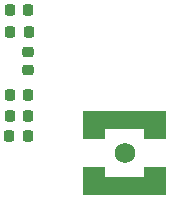
<source format=gts>
G04 #@! TF.GenerationSoftware,KiCad,Pcbnew,(6.0.11)*
G04 #@! TF.CreationDate,2023-07-13T18:19:01+02:00*
G04 #@! TF.ProjectId,quakesr_large01,7175616b-6573-4725-9f6c-617267653031,rev?*
G04 #@! TF.SameCoordinates,Original*
G04 #@! TF.FileFunction,Soldermask,Top*
G04 #@! TF.FilePolarity,Negative*
%FSLAX46Y46*%
G04 Gerber Fmt 4.6, Leading zero omitted, Abs format (unit mm)*
G04 Created by KiCad (PCBNEW (6.0.11)) date 2023-07-13 18:19:01*
%MOMM*%
%LPD*%
G01*
G04 APERTURE LIST*
G04 Aperture macros list*
%AMRoundRect*
0 Rectangle with rounded corners*
0 $1 Rounding radius*
0 $2 $3 $4 $5 $6 $7 $8 $9 X,Y pos of 4 corners*
0 Add a 4 corners polygon primitive as box body*
4,1,4,$2,$3,$4,$5,$6,$7,$8,$9,$2,$3,0*
0 Add four circle primitives for the rounded corners*
1,1,$1+$1,$2,$3*
1,1,$1+$1,$4,$5*
1,1,$1+$1,$6,$7*
1,1,$1+$1,$8,$9*
0 Add four rect primitives between the rounded corners*
20,1,$1+$1,$2,$3,$4,$5,0*
20,1,$1+$1,$4,$5,$6,$7,0*
20,1,$1+$1,$6,$7,$8,$9,0*
20,1,$1+$1,$8,$9,$2,$3,0*%
G04 Aperture macros list end*
%ADD10RoundRect,0.225000X0.225000X0.250000X-0.225000X0.250000X-0.225000X-0.250000X0.225000X-0.250000X0*%
%ADD11RoundRect,0.865000X0.000000X0.000000X0.000000X0.000000X0.000000X0.000000X0.000000X0.000000X0*%
%ADD12R,1.900000X2.350000*%
%ADD13R,3.400000X1.500000*%
%ADD14RoundRect,0.218750X0.256250X-0.218750X0.256250X0.218750X-0.256250X0.218750X-0.256250X-0.218750X0*%
%ADD15RoundRect,0.218750X-0.218750X-0.256250X0.218750X-0.256250X0.218750X0.256250X-0.218750X0.256250X0*%
G04 APERTURE END LIST*
D10*
G04 #@! TO.C,C4*
X145475000Y-110700000D03*
X143925000Y-110700000D03*
G04 #@! TD*
G04 #@! TO.C,C2*
X145425000Y-117800000D03*
X143875000Y-117800000D03*
G04 #@! TD*
G04 #@! TO.C,C3*
X145450000Y-108900000D03*
X143900000Y-108900000D03*
G04 #@! TD*
G04 #@! TO.C,C1*
X145450000Y-116075000D03*
X143900000Y-116075000D03*
G04 #@! TD*
D11*
G04 #@! TO.C,X1*
X153600000Y-121000000D03*
D12*
X151000000Y-123375000D03*
X156200000Y-123375000D03*
X156200000Y-118625000D03*
X151000000Y-118625000D03*
D13*
X153600000Y-123800000D03*
X153600000Y-118200000D03*
G04 #@! TD*
D14*
G04 #@! TO.C,L2*
X145450000Y-113975000D03*
X145450000Y-112400000D03*
G04 #@! TD*
D15*
G04 #@! TO.C,L1*
X143825000Y-119500000D03*
X145400000Y-119500000D03*
G04 #@! TD*
M02*

</source>
